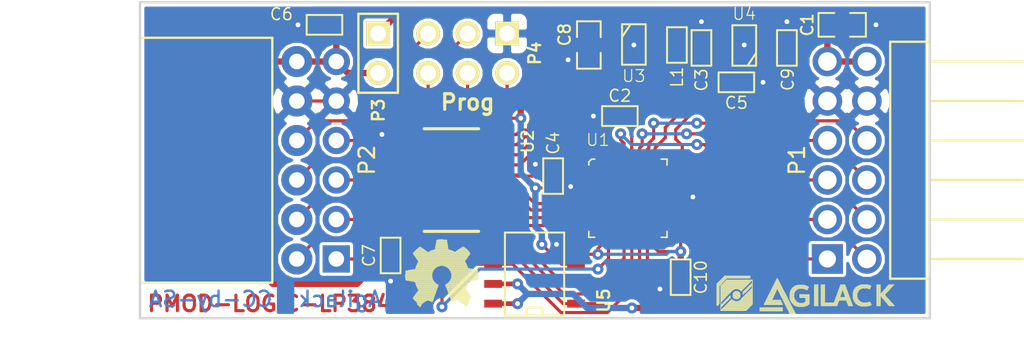
<source format=kicad_pcb>
(kicad_pcb (version 4) (host pcbnew 4.0.2+dfsg1-stable)
  (title_block (company Agilack))
  (layers (0 F.Cu signal) (31 B.Cu signal hide) (34 B.Paste user) (35 F.Paste user) (36 B.SilkS user) (37 F.SilkS user) (38 B.Mask user) (39 F.Mask user) (44 Edge.Cuts user))
  (net 0 "")
  (net 1 GND)
  (net 2 +3.3V)
  (net 3 +1.2V)
  (net 4 +Vcc)
  (net 5 OUT_4)
  (net 6 OUT_3)
  (net 7 OUT_2)
  (net 8 OUT_1)
  (net 9 OUT_8)
  (net 10 OUT_7)
  (net 11 OUT_6)
  (net 12 OUT_5)
  (net 13 "Net-(U1-Pad11)")
  (net 14 DATA_4)
  (net 15 DATA_6)
  (net 16 DATA_5)
  (net 17 DATA_3)
  (net 18 DATA_2)
  (net 19 DATA_1)
  (net 20 DATA_7)
  (net 21 DATA_8)
  (net 22 DATA_OE)
  (net 23 +2.5V)
  (net 24 "Net-(U4-Pad4)")
  (net 25 IN_1)
  (net 26 IN_2)
  (net 27 IN_3)
  (net 28 IN_4)
  (net 29 IN_5)
  (net 30 IN_6)
  (net 31 IN_7)
  (net 32 IN_8)
  (net 33 "Net-(L1-Pad1)")
  (net 34 SPI_SDO)
  (net 35 SPI_SDI)
  (net 36 SPI_SS)
  (net 37 SPI_SCK)
  (net 38 RST)
  (module pmod-rs232:CONN_PMOD-Male (layer F.Cu) (at 169.8498 105 270)
    (fp_text reference P1 (at 0 4.4958 270) (layer F.SilkS))
    (fp_text value PMOD)
    (pad 1 thru_hole rect (at 6.35 2.54 270) (size 1.9 2) (drill 1.1) (layers *.Cu *.Mask) (net 25 IN_1))
    (pad 2 thru_hole circle (at 3.81 2.54 270) (size 1.9 1.9) (drill 1.19) (layers *.Cu *.Mask) (net 26 IN_2))
    (pad 3 thru_hole circle (at 1.27 2.54 270) (size 1.9 1.9) (drill 1.19) (layers *.Cu *.Mask) (net 27 IN_3))
    (pad 4 thru_hole circle (at -1.27 2.54 270) (size 1.9 1.9) (drill 1.19) (layers *.Cu *.Mask) (net 28 IN_4))
    (pad 5 thru_hole circle (at -3.81 2.54 270) (size 1.9 1.9) (drill 1.19) (layers *.Cu *.Mask) (net 1 GND))
    (pad 6 thru_hole circle (at -6.35 2.54 270) (size 1.9 1.9) (drill 1.19) (layers *.Cu *.Mask) (net 2 +3.3V))
    (pad 7 thru_hole circle (at 6.35 0 270) (size 1.9 1.9) (drill 1.19) (layers *.Cu *.Mask) (net 29 IN_5))
    (pad 8 thru_hole circle (at 3.81 0 270) (size 1.9 1.9) (drill 1.19) (layers *.Cu *.Mask) (net 30 IN_6))
    (pad 9 thru_hole circle (at 1.27 0 270) (size 1.9 1.9) (drill 1.19) (layers *.Cu *.Mask) (net 31 IN_7))
    (pad 10 thru_hole circle (at -1.27 0 270) (size 1.9 1.9) (drill 1.19) (layers *.Cu *.Mask) (net 32 IN_8))
    (pad 11 thru_hole circle (at -3.81 0 270) (size 1.9 1.9) (drill 1.19) (layers *.Cu *.Mask) (net 1 GND))
    (pad 12 thru_hole circle (at -6.35 0 270) (size 1.9 1.9) (drill 1.19) (layers *.Cu *.Mask) (net 2 +3.3V))
  )
  (module pmod-rs232:ohw-logo (layer F.Cu) (at 142.5067 112.4077)
    (fp_text reference ohw_logo hide)
    (fp_text value VAL** hide)
  )
  (module cowstick-logos:agilack-11.5 (layer F.Cu) (at 166.3192 113.7158)
    (fp_text reference agilack-11.5 hide)
    (fp_text value 450px hide)
  )
  (module pmod-rs485:QFN32 (layer F.Cu) (at 154.4828 107.442 270)
    (fp_text reference U1 (at -3.7465 1.9304 360) (layer F.SilkS) (effects (font (size 0.762 0.762) (thickness 0.0762))))
    (fp_text value ICE40LP384-SG32 hide)
    (pad 16 smd rect (at 2.49936 -1.75006) (size 0.2794 0.8509) (layers F.Cu F.Paste F.Mask) (net 2 +3.3V))
    (pad 17 smd rect (at 1.75006 -2.49936 270) (size 0.2794 0.8509) (layers F.Cu F.Paste F.Mask) (net 2 +3.3V))
    (pad 25 smd rect (at -2.49936 -1.75006) (size 0.2794 0.8509) (layers F.Cu F.Paste F.Mask) (net 3 +1.2V))
    (pad 26 smd rect (at -2.49936 -1.24968) (size 0.2794 0.8509) (layers F.Cu F.Paste F.Mask) (net 32 IN_8))
    (pad 27 smd rect (at -2.49936 -0.7493) (size 0.2794 0.8509) (layers F.Cu F.Paste F.Mask) (net 28 IN_4))
    (pad 28 smd rect (at -2.49936 -0.24892) (size 0.2794 0.8509) (layers F.Cu F.Paste F.Mask) (net 2 +3.3V))
    (pad 30 smd rect (at -2.49936 0.7493) (size 0.2794 0.8509) (layers F.Cu F.Paste F.Mask) (net 22 DATA_OE))
    (pad 31 smd rect (at -2.49936 1.24968) (size 0.2794 0.8509) (layers F.Cu F.Paste F.Mask) (net 21 DATA_8))
    (pad 5 smd rect (at 0.24892 2.49936 270) (size 0.2794 0.8509) (layers F.Cu F.Paste F.Mask) (net 14 DATA_4))
    (pad 32 smd rect (at -2.49936 1.75006) (size 0.2794 0.8509) (layers F.Cu F.Paste F.Mask) (net 20 DATA_7))
    (pad 1 smd rect (at -1.75006 2.49936 270) (size 0.2794 0.8509) (layers F.Cu F.Paste F.Mask) (net 15 DATA_6))
    (pad 2 smd rect (at -1.24968 2.49936 270) (size 0.2794 0.8509) (layers F.Cu F.Paste F.Mask) (net 16 DATA_5))
    (pad 3 smd rect (at -0.7493 2.49936 270) (size 0.2794 0.8509) (layers F.Cu F.Paste F.Mask) (net 1 GND))
    (pad 4 smd rect (at -0.24892 2.49936 270) (size 0.2794 0.8509) (layers F.Cu F.Paste F.Mask) (net 2 +3.3V))
    (pad 6 smd rect (at 0.7493 2.49936 270) (size 0.2794 0.8509) (layers F.Cu F.Paste F.Mask) (net 17 DATA_3))
    (pad 7 smd rect (at 1.24968 2.49936 270) (size 0.2794 0.8509) (layers F.Cu F.Paste F.Mask) (net 18 DATA_2))
    (pad 8 smd rect (at 1.75006 2.49936 270) (size 0.2794 0.8509) (layers F.Cu F.Paste F.Mask) (net 19 DATA_1))
    (pad 9 smd rect (at 2.49936 1.75006) (size 0.2794 0.8509) (layers F.Cu F.Paste F.Mask) (net 2 +3.3V))
    (pad 10 smd rect (at 2.49936 1.24968) (size 0.2794 0.8509) (layers F.Cu F.Paste F.Mask) (net 38 RST))
    (pad 11 smd rect (at 2.49936 0.7493) (size 0.2794 0.8509) (layers F.Cu F.Paste F.Mask) (net 13 "Net-(U1-Pad11)"))
    (pad 12 smd rect (at 2.49936 0.24892) (size 0.2794 0.8509) (layers F.Cu F.Paste F.Mask) (net 34 SPI_SDO))
    (pad 13 smd rect (at 2.49936 -0.24892) (size 0.2794 0.8509) (layers F.Cu F.Paste F.Mask) (net 35 SPI_SDI))
    (pad 14 smd rect (at 2.49936 -0.7493) (size 0.2794 0.8509) (layers F.Cu F.Paste F.Mask) (net 36 SPI_SS))
    (pad 15 smd rect (at 2.49936 -1.24968) (size 0.2794 0.8509) (layers F.Cu F.Paste F.Mask) (net 37 SPI_SCK))
    (pad PAD smd rect (at 0 0 270) (size 2.99974 2.99974) (layers F.Cu F.Paste F.Mask))
    (pad 29 smd rect (at -2.49936 0.24892) (size 0.2794 0.8509) (layers F.Cu F.Paste F.Mask) (net 31 IN_7))
    (pad 24 smd rect (at -1.75006 -2.49936 270) (size 0.2794 0.8509) (layers F.Cu F.Paste F.Mask) (net 23 +2.5V))
    (pad 23 smd rect (at -1.24968 -2.49936 270) (size 0.2794 0.8509) (layers F.Cu F.Paste F.Mask) (net 27 IN_3))
    (pad 22 smd rect (at -0.7493 -2.49936 270) (size 0.2794 0.8509) (layers F.Cu F.Paste F.Mask) (net 30 IN_6))
    (pad 21 smd rect (at -0.24892 -2.49936 270) (size 0.2794 0.8509) (layers F.Cu F.Paste F.Mask) (net 1 GND))
    (pad 20 smd rect (at 0.24892 -2.49936 270) (size 0.2794 0.8509) (layers F.Cu F.Paste F.Mask) (net 26 IN_2))
    (pad 19 smd rect (at 0.7493 -2.49936 270) (size 0.2794 0.8509) (layers F.Cu F.Paste F.Mask) (net 29 IN_5))
    (pad 18 smd rect (at 1.24968 -2.49936 270) (size 0.2794 0.8509) (layers F.Cu F.Paste F.Mask) (net 25 IN_1))
  )
  (module pmod-rs485:SMD0603 (layer F.Cu) (at 159.2072 97.7773 90)
    (fp_text reference C3 (at -2.0574 0 90) (layer F.SilkS) (effects (font (size 0.762 0.762) (thickness 0.1016))))
    (fp_text value 4.7uF hide)
    (pad 1 smd rect (at -0.762 0 90) (size 0.635 1.143) (layers F.Cu F.Paste F.Mask) (net 3 +1.2V))
    (pad 2 smd rect (at 0.762 0 90) (size 0.635 1.143) (layers F.Cu F.Paste F.Mask) (net 1 GND))
  )
  (module pmod-rs485:SMD0603 (layer F.Cu) (at 149.6695 106.0196 90)
    (fp_text reference C4 (at 2.1209 0 90) (layer F.SilkS) (effects (font (size 0.762 0.762) (thickness 0.1016))))
    (fp_text value 100nF hide)
    (pad 1 smd rect (at -0.762 0 90) (size 0.635 1.143) (layers F.Cu F.Paste F.Mask) (net 2 +3.3V))
    (pad 2 smd rect (at 0.762 0 90) (size 0.635 1.143) (layers F.Cu F.Paste F.Mask) (net 1 GND))
  )
  (module pmod-logic-lp384:SMD0603 (layer F.Cu) (at 153.9621 102.1588 180)
    (fp_text reference C2 (at 0 1.3081 180) (layer F.SilkS) (effects (font (size 0.762 0.762) (thickness 0.1016))))
    (fp_text value 1uF hide)
    (pad 1 smd rect (at -0.762 0 180) (size 0.635 1.143) (layers F.Cu F.Paste F.Mask) (net 2 +3.3V))
    (pad 2 smd rect (at 0.762 0 180) (size 0.635 1.143) (layers F.Cu F.Paste F.Mask) (net 1 GND))
  )
  (module pmod-logic-lp384:PMOD_SSW106-RA (layer F.Cu) (at 134.4549 105 90)
    (fp_text reference P2 (at 0.0091 3.2385 90) (layer F.SilkS))
    (fp_text value PMOD)
    (pad 6 thru_hole circle (at 6.35 1.27 90) (size 1.75 1.75) (drill 1) (layers *.Cu *.Mask) (net 4 +Vcc))
    (pad 5 thru_hole circle (at 3.81 1.27 90) (size 1.75 1.75) (drill 1) (layers *.Cu *.Mask) (net 1 GND))
    (pad 4 thru_hole circle (at 1.27 1.27 90) (size 1.75 1.75) (drill 1) (layers *.Cu *.Mask) (net 5 OUT_4))
    (pad 3 thru_hole circle (at -1.27 1.27 90) (size 1.75 1.75) (drill 1) (layers *.Cu *.Mask) (net 6 OUT_3))
    (pad 2 thru_hole circle (at -3.81 1.27 90) (size 1.75 1.75) (drill 1) (layers *.Cu *.Mask) (net 7 OUT_2))
    (pad 1 thru_hole rect (at -6.35 1.27 90) (size 1.75 1.75) (drill 1) (layers *.Cu *.Mask) (net 8 OUT_1))
    (pad 12 thru_hole circle (at 6.35 -1.27 90) (size 2 2) (drill 1) (layers *.Cu *.Mask) (net 4 +Vcc))
    (pad 11 thru_hole circle (at 3.81 -1.27 90) (size 2 2) (drill 1) (layers *.Cu *.Mask) (net 1 GND))
    (pad 10 thru_hole circle (at 1.27 -1.27 90) (size 2 2) (drill 1) (layers *.Cu *.Mask) (net 9 OUT_8))
    (pad 9 thru_hole circle (at -1.27 -1.27 90) (size 2 2) (drill 1) (layers *.Cu *.Mask) (net 10 OUT_7))
    (pad 8 thru_hole circle (at -3.81 -1.27 90) (size 2 2) (drill 1) (layers *.Cu *.Mask) (net 11 OUT_6))
    (pad 7 thru_hole circle (at -6.35 -1.27 90) (size 2 2) (drill 1) (layers *.Cu *.Mask) (net 12 OUT_5))
  )
  (module pmod-logic-lp384:TSSOP20 (layer F.Cu) (at 143.129 106.2736 90)
    (fp_text reference U2 (at 2.4892 4.9022 90) (layer F.SilkS) (effects (font (size 0.762 0.762) (thickness 0.12446))))
    (fp_text value TXS0108E-PW hide)
    (pad 2 smd rect (at -2.275 2.96926 90) (size 0.3048 1.78054) (layers F.Cu F.Paste F.Mask) (net 2 +3.3V))
    (pad 3 smd rect (at -1.625 2.96926 90) (size 0.3048 1.78054) (layers F.Cu F.Paste F.Mask) (net 18 DATA_2))
    (pad 4 smd rect (at -0.975 2.96926 90) (size 0.3048 1.78054) (layers F.Cu F.Paste F.Mask) (net 17 DATA_3))
    (pad 5 smd rect (at -0.325 2.96926 90) (size 0.3048 1.78054) (layers F.Cu F.Paste F.Mask) (net 14 DATA_4))
    (pad 6 smd rect (at 0.325 2.96926 90) (size 0.3048 1.78054) (layers F.Cu F.Paste F.Mask) (net 16 DATA_5))
    (pad 7 smd rect (at 0.975 2.96926 90) (size 0.3048 1.78054) (layers F.Cu F.Paste F.Mask) (net 15 DATA_6))
    (pad 8 smd rect (at 1.625 2.96926 90) (size 0.3048 1.78054) (layers F.Cu F.Paste F.Mask) (net 20 DATA_7))
    (pad 9 smd rect (at 2.275 2.96926 90) (size 0.3048 1.78054) (layers F.Cu F.Paste F.Mask) (net 21 DATA_8))
    (pad 12 smd rect (at 2.275 -2.96926 90) (size 0.29972 1.78054) (layers F.Cu F.Paste F.Mask) (net 9 OUT_8))
    (pad 13 smd rect (at 1.625 -2.96926 90) (size 0.29972 1.78054) (layers F.Cu F.Paste F.Mask) (net 5 OUT_4))
    (pad 14 smd rect (at 0.975 -2.96926 90) (size 0.29972 1.78054) (layers F.Cu F.Paste F.Mask) (net 10 OUT_7))
    (pad 15 smd rect (at 0.325 -2.96926 90) (size 0.29972 1.78054) (layers F.Cu F.Paste F.Mask) (net 6 OUT_3))
    (pad 16 smd rect (at -0.325 -2.96926 90) (size 0.29972 1.78054) (layers F.Cu F.Paste F.Mask) (net 11 OUT_6))
    (pad 17 smd rect (at -0.975 -2.96926 90) (size 0.29972 1.78054) (layers F.Cu F.Paste F.Mask) (net 7 OUT_2))
    (pad 18 smd rect (at -1.625 -2.96926 90) (size 0.29972 1.78054) (layers F.Cu F.Paste F.Mask) (net 12 OUT_5))
    (pad 19 smd rect (at -2.275 -2.96926 90) (size 0.29972 1.78054) (layers F.Cu F.Paste F.Mask) (net 4 +Vcc))
    (pad 1 smd rect (at -2.925 2.9718 90) (size 0.3048 1.78054) (layers F.Cu F.Paste F.Mask) (net 19 DATA_1))
    (pad 10 smd rect (at 2.925 2.9718 90) (size 0.3048 1.78054) (layers F.Cu F.Paste F.Mask) (net 22 DATA_OE))
    (pad 11 smd rect (at 2.925 -2.96926 90) (size 0.3048 1.78054) (layers F.Cu F.Paste F.Mask) (net 1 GND))
    (pad 20 smd rect (at -2.925 -2.96926 90) (size 0.29972 1.78054) (layers F.Cu F.Paste F.Mask) (net 8 OUT_1))
  )
  (module pmod-logic-lp384:SMD0603 (layer F.Cu) (at 161.4551 99.9871)
    (fp_text reference C5 (at 0 1.3208) (layer F.SilkS) (effects (font (size 0.762 0.762) (thickness 0.1016))))
    (fp_text value 4.7uF hide)
    (pad 1 smd rect (at -0.762 0) (size 0.635 1.143) (layers F.Cu F.Paste F.Mask) (net 23 +2.5V))
    (pad 2 smd rect (at 0.762 0) (size 0.635 1.143) (layers F.Cu F.Paste F.Mask) (net 1 GND))
  )
  (module pmod-logic-lp384:SOT23-5 (layer F.Cu) (at 161.9631 97.5868 90)
    (fp_text reference U4 (at 1.99898 0 180) (layer F.SilkS) (effects (font (size 0.762 0.762) (thickness 0.0762))))
    (fp_text value TPS763xx hide)
    (pad 5 smd rect (at -0.9525 -1.27 90) (size 0.70104 1.00076) (layers F.Cu F.Paste F.Mask) (net 23 +2.5V))
    (pad 4 smd rect (at 0.9525 -1.27 90) (size 0.70104 1.00076) (layers F.Cu F.Paste F.Mask) (net 24 "Net-(U4-Pad4)"))
    (pad 3 smd rect (at 0.9525 1.27 90) (size 0.70104 1.00076) (layers F.Cu F.Paste F.Mask) (net 2 +3.3V))
    (pad 2 smd rect (at 0 1.27 90) (size 0.70104 1.00076) (layers F.Cu F.Paste F.Mask) (net 1 GND))
    (pad 1 smd rect (at -0.9525 1.27 90) (size 0.70104 1.00076) (layers F.Cu F.Paste F.Mask) (net 2 +3.3V))
  )
  (module pmod-logic-lp384:SMD0603 (layer F.Cu) (at 134.9629 96.2914 180)
    (fp_text reference C6 (at 2.7686 0.6858 180) (layer F.SilkS) (effects (font (size 0.762 0.762) (thickness 0.1016))))
    (fp_text value C hide)
    (pad 1 smd rect (at -0.762 0 180) (size 0.635 1.143) (layers F.Cu F.Paste F.Mask) (net 4 +Vcc))
    (pad 2 smd rect (at 0.762 0 180) (size 0.635 1.143) (layers F.Cu F.Paste F.Mask) (net 1 GND))
  )
  (module pmod-logic-lp384:SMD0603 (layer F.Cu) (at 139.2174 111.125 270)
    (fp_text reference C7 (at 0 1.397 270) (layer F.SilkS) (effects (font (size 0.762 0.762) (thickness 0.1016))))
    (fp_text value C hide)
    (pad 1 smd rect (at -0.762 0 270) (size 0.635 1.143) (layers F.Cu F.Paste F.Mask) (net 4 +Vcc))
    (pad 2 smd rect (at 0.762 0 270) (size 0.635 1.143) (layers F.Cu F.Paste F.Mask) (net 1 GND))
  )
  (module pmod-logic-lp384:SMD0805 (layer F.Cu) (at 151.9682 97.5868 270)
    (fp_text reference C8 (at -0.6604 1.5621 270) (layer F.SilkS) (effects (font (size 0.762 0.762) (thickness 0.127))))
    (fp_text value 10uF hide)
    (pad 1 smd rect (at -0.9525 0 270) (size 0.889 1.397) (layers F.Cu F.Paste F.Mask) (net 2 +3.3V))
    (pad 2 smd rect (at 0.9525 0 270) (size 0.889 1.397) (layers F.Cu F.Paste F.Mask) (net 1 GND))
  )
  (module pmod-logic-lp384:SMD0603 (layer F.Cu) (at 157.6324 97.5868 270)
    (fp_text reference L1 (at 2.0701 0 270) (layer F.SilkS) (effects (font (size 0.762 0.762) (thickness 0.1016))))
    (fp_text value 2.2uH hide)
    (pad 1 smd rect (at -0.762 0 270) (size 0.635 1.143) (layers F.Cu F.Paste F.Mask) (net 33 "Net-(L1-Pad1)"))
    (pad 2 smd rect (at 0.762 0 270) (size 0.635 1.143) (layers F.Cu F.Paste F.Mask) (net 3 +1.2V))
  )
  (module pmod-logic-lp384:SOT23-5 (layer F.Cu) (at 154.8638 97.5868 270)
    (fp_text reference U3 (at 1.99898 0 360) (layer F.SilkS) (effects (font (size 0.762 0.762) (thickness 0.0762))))
    (fp_text value LM3671 hide)
    (pad 5 smd rect (at -0.9525 -1.27 270) (size 0.70104 1.00076) (layers F.Cu F.Paste F.Mask) (net 33 "Net-(L1-Pad1)"))
    (pad 4 smd rect (at 0.9525 -1.27 270) (size 0.70104 1.00076) (layers F.Cu F.Paste F.Mask) (net 3 +1.2V))
    (pad 3 smd rect (at 0.9525 1.27 270) (size 0.70104 1.00076) (layers F.Cu F.Paste F.Mask) (net 2 +3.3V))
    (pad 2 smd rect (at 0 1.27 270) (size 0.70104 1.00076) (layers F.Cu F.Paste F.Mask) (net 1 GND))
    (pad 1 smd rect (at -0.9525 1.27 270) (size 0.70104 1.00076) (layers F.Cu F.Paste F.Mask) (net 2 +3.3V))
  )
  (module pmod-logic-lp384:SMD0805 (layer F.Cu) (at 168.2623 96.2914)
    (fp_text reference C1 (at -2.2479 0 90) (layer F.SilkS) (effects (font (size 0.762 0.762) (thickness 0.127))))
    (fp_text value 1uF hide)
    (pad 1 smd rect (at -0.9525 0) (size 0.889 1.397) (layers F.Cu F.Paste F.Mask) (net 2 +3.3V))
    (pad 2 smd rect (at 0.9525 0) (size 0.889 1.397) (layers F.Cu F.Paste F.Mask) (net 1 GND))
  )
  (module pmod-logic-lp384:SMD0603 (layer F.Cu) (at 164.7063 97.7773 90)
    (fp_text reference C9 (at -2.032 0.0508 90) (layer F.SilkS) (effects (font (size 0.762 0.762) (thickness 0.1016))))
    (fp_text value 4.7uF hide)
    (pad 1 smd rect (at -0.762 0 90) (size 0.635 1.143) (layers F.Cu F.Paste F.Mask) (net 2 +3.3V))
    (pad 2 smd rect (at 0.762 0 90) (size 0.635 1.143) (layers F.Cu F.Paste F.Mask) (net 1 GND))
  )
  (module pmod-logic-lp384:SMD_SO8E (layer F.Cu) (at 148.4757 112.3188 90)
    (fp_text reference U5 (at -1.7018 4.445 90) (layer F.SilkS) (effects (font (size 0.762 0.762) (thickness 0.1524))))
    (fp_text value SST25VF hide)
    (pad 8 smd rect (at -1.905 -2.667 90) (size 0.508 1.143) (layers F.Cu F.Paste F.Mask) (net 2 +3.3V))
    (pad 1 smd rect (at -1.905 2.667 90) (size 0.508 1.143) (layers F.Cu F.Paste F.Mask) (net 36 SPI_SS))
    (pad 7 smd rect (at -0.635 -2.667 90) (size 0.508 1.143) (layers F.Cu F.Paste F.Mask) (net 2 +3.3V))
    (pad 6 smd rect (at 0.635 -2.667 90) (size 0.508 1.143) (layers F.Cu F.Paste F.Mask) (net 37 SPI_SCK))
    (pad 5 smd rect (at 1.905 -2.667 90) (size 0.508 1.143) (layers F.Cu F.Paste F.Mask) (net 35 SPI_SDI))
    (pad 2 smd rect (at -0.635 2.667 90) (size 0.508 1.143) (layers F.Cu F.Paste F.Mask) (net 34 SPI_SDO))
    (pad 3 smd rect (at 0.635 2.667 90) (size 0.508 1.143) (layers F.Cu F.Paste F.Mask) (net 2 +3.3V))
    (pad 4 smd rect (at 1.905 2.667 90) (size 0.508 1.143) (layers F.Cu F.Paste F.Mask) (net 1 GND))
  )
  (module pmod-logic-lp384:SMD0603 (layer F.Cu) (at 157.8737 112.522 270)
    (fp_text reference C10 (at 0 -1.2954 270) (layer F.SilkS) (effects (font (size 0.762 0.762) (thickness 0.1016))))
    (fp_text value 1uF hide)
    (pad 1 smd rect (at -0.762 0 270) (size 0.635 1.143) (layers F.Cu F.Paste F.Mask) (net 2 +3.3V))
    (pad 2 smd rect (at 0.762 0 270) (size 0.635 1.143) (layers F.Cu F.Paste F.Mask) (net 1 GND))
  )
  (module pmod-logic-lp384:CONN_2 (layer F.Cu) (at 138.4173 98.1202 270)
    (fp_text reference P3 (at 3.6703 -0.0127 270) (layer F.SilkS) (effects (font (size 0.762 0.762) (thickness 0.1524))))
    (fp_text value JUMPER hide)
    (pad 1 thru_hole rect (at -1.27 0 270) (size 1.524 1.524) (drill 1.016) (layers *.Cu *.Mask F.SilkS) (net 2 +3.3V))
    (pad 2 thru_hole circle (at 1.27 0 270) (size 1.524 1.524) (drill 1.016) (layers *.Cu *.Mask F.SilkS) (net 4 +Vcc))
  )
  (module pmod-logic-lp384:CONN_6 (layer F.Cu) (at 144.1704 98.1202 180)
    (fp_text reference P4 (at -4.318 0 270) (layer F.SilkS) (effects (font (size 0.762 0.762) (thickness 0.1524))))
    (fp_text value CONN_6 hide)
    (pad 1 thru_hole rect (at -2.54 1.27 180) (size 1.524 1.524) (drill 1.016) (layers *.Cu *.Mask F.SilkS) (net 1 GND))
    (pad 2 thru_hole circle (at -2.54 -1.27 180) (size 1.524 1.524) (drill 1.016) (layers *.Cu *.Mask F.SilkS) (net 34 SPI_SDO))
    (pad 3 thru_hole circle (at 0 1.27 180) (size 1.524 1.524) (drill 1.016) (layers *.Cu *.Mask F.SilkS) (net 36 SPI_SS))
    (pad 4 thru_hole circle (at 0 -1.27 180) (size 1.524 1.524) (drill 1.016) (layers *.Cu *.Mask F.SilkS) (net 35 SPI_SDI))
    (pad 5 thru_hole circle (at 2.54 1.27 180) (size 1.524 1.524) (drill 1.016) (layers *.Cu *.Mask F.SilkS) (net 38 RST))
    (pad 6 thru_hole circle (at 2.54 -1.27 180) (size 1.524 1.524) (drill 1.016) (layers *.Cu *.Mask F.SilkS) (net 37 SPI_SCK))
  )
  (gr_text Prog (at 144.1704 101.2698) (layer F.SilkS) (effects (font (size 1 1) (thickness 0.2032))))
  (gr_text CC-by-SA (at 127.6477 113.9317) (layer B.Cu) (effects (font (size 1 1) (thickness 0.1524)) (justify mirror)))
  (gr_text Agilack (at 135.9662 113.9317) (layer B.Cu) (effects (font (size 1 1) (thickness 0.1524)) (justify mirror)))
  (gr_text PMOD-LOGIC-LP384 (at 131.4323 114.2238) (layer F.Cu) (effects (font (size 1 1) (thickness 0.2))))
  (gr_line (start 123.1 115.16) (end 123.1 94.84) (angle 90) (layer Edge.Cuts) (width 0.15))
  (gr_line (start 173.9 115.16) (end 123.1 115.16) (angle 90) (layer Edge.Cuts) (width 0.15))
  (gr_line (start 173.9 94.84) (end 173.9 115.16) (angle 90) (layer Edge.Cuts) (width 0.15))
  (gr_line (start 123.1 94.84) (end 173.9 94.84) (angle 90) (layer Edge.Cuts) (width 0.15))
  (segment (start 158.6611 107.3658) (end 158.6611 110.2995) (width 0.4064) (layer B.Cu) (net 1))
  (segment (start 156.5402 113.284) (end 157.8737 113.284) (width 0.4064) (layer F.Cu) (net 1))
  (via (at 156.5402 113.284) (size 0.7112) (drill 0.3048) (layers F.Cu B.Cu) (net 1))
  (segment (start 158.6484 113.284) (end 156.5402 113.284) (width 0.4064) (layer B.Cu) (net 1))
  (segment (start 159.1437 112.7887) (end 158.6484 113.284) (width 0.4064) (layer B.Cu) (net 1))
  (segment (start 159.1437 110.7821) (end 159.1437 112.7887) (width 0.4064) (layer B.Cu) (net 1))
  (segment (start 158.6611 110.2995) (end 159.1437 110.7821) (width 0.4064) (layer B.Cu) (net 1))
  (segment (start 143.9672 105.2576) (end 145.1229 105.2576) (width 0.4064) (layer B.Cu) (net 1))
  (segment (start 148.6789 101.4222) (end 149.4155 102.1588) (width 0.4064) (layer B.Cu) (net 1))
  (segment (start 146.9771 101.4222) (end 148.6789 101.4222) (width 0.4064) (layer B.Cu) (net 1))
  (segment (start 146.4818 101.9175) (end 146.9771 101.4222) (width 0.4064) (layer B.Cu) (net 1))
  (segment (start 146.4818 103.8987) (end 146.4818 101.9175) (width 0.4064) (layer B.Cu) (net 1))
  (segment (start 145.1229 105.2576) (end 146.4818 103.8987) (width 0.4064) (layer B.Cu) (net 1))
  (segment (start 157.5816 96.0882) (end 156.8069 95.3135) (width 0.4064) (layer B.Cu) (net 1))
  (via (at 133.2611 96.2914) (size 0.7112) (drill 0.3048) (layers F.Cu B.Cu) (net 1))
  (segment (start 133.2611 96.2914) (end 134.2009 96.2914) (width 0.4064) (layer F.Cu) (net 1))
  (segment (start 134.239 95.3135) (end 133.2611 96.2914) (width 0.4064) (layer B.Cu) (net 1))
  (segment (start 156.8069 95.3135) (end 134.239 95.3135) (width 0.4064) (layer B.Cu) (net 1))
  (segment (start 149.8854 110.4138) (end 149.8854 109.1565) (width 0.4064) (layer B.Cu) (net 1))
  (via (at 149.8854 110.4138) (size 0.7112) (drill 0.3048) (layers F.Cu B.Cu) (net 1))
  (segment (start 151.1427 110.4138) (end 149.8854 110.4138) (width 0.4064) (layer F.Cu) (net 1))
  (segment (start 150.7998 108.2421) (end 150.7998 106.6927) (width 0.4064) (layer B.Cu) (net 1))
  (segment (start 149.8854 109.1565) (end 150.7998 108.2421) (width 0.4064) (layer B.Cu) (net 1))
  (segment (start 158.6611 107.3658) (end 158.6611 106.045) (width 0.4064) (layer B.Cu) (net 1))
  (segment (start 157.89148 107.19308) (end 158.0642 107.3658) (width 0.2032) (layer F.Cu) (net 1))
  (segment (start 158.0642 107.3658) (end 158.6611 107.3658) (width 0.2032) (layer F.Cu) (net 1))
  (via (at 158.6611 107.3658) (size 0.7112) (drill 0.3048) (layers F.Cu B.Cu) (net 1))
  (segment (start 156.98216 107.19308) (end 157.89148 107.19308) (width 0.2032) (layer F.Cu) (net 1))
  (segment (start 163.1696 101.5365) (end 163.1696 99.9871) (width 0.4064) (layer B.Cu) (net 1))
  (segment (start 158.6611 106.045) (end 163.1696 101.5365) (width 0.4064) (layer B.Cu) (net 1))
  (segment (start 159.2072 96.0882) (end 161.1884 96.0882) (width 0.4064) (layer B.Cu) (net 1))
  (segment (start 161.1884 96.0882) (end 161.9631 96.8629) (width 0.4064) (layer B.Cu) (net 1))
  (segment (start 154.8638 97.5868) (end 151.5872 97.5868) (width 0.4064) (layer B.Cu) (net 1))
  (via (at 150.6347 98.5393) (size 0.7112) (drill 0.3048) (layers F.Cu B.Cu) (net 1))
  (segment (start 150.6347 98.5393) (end 151.9682 98.5393) (width 0.4064) (layer F.Cu) (net 1))
  (segment (start 151.5872 97.5868) (end 150.6347 98.5393) (width 0.4064) (layer B.Cu) (net 1))
  (segment (start 154.8638 97.5868) (end 156.083 97.5868) (width 0.4064) (layer B.Cu) (net 1))
  (via (at 159.2072 96.0882) (size 0.7112) (drill 0.3048) (layers F.Cu B.Cu) (net 1))
  (segment (start 159.2072 97.0153) (end 159.2072 96.0882) (width 0.4064) (layer F.Cu) (net 1))
  (via (at 154.8638 97.5868) (size 0.7112) (drill 0.3048) (layers F.Cu B.Cu) (net 1))
  (segment (start 154.8638 97.5868) (end 153.5938 97.5868) (width 0.4064) (layer F.Cu) (net 1))
  (segment (start 157.5816 96.0882) (end 159.2072 96.0882) (width 0.4064) (layer B.Cu) (net 1))
  (segment (start 156.083 97.5868) (end 157.5816 96.0882) (width 0.4064) (layer B.Cu) (net 1))
  (segment (start 161.9631 97.5868) (end 161.9631 98.7806) (width 0.4064) (layer B.Cu) (net 1))
  (segment (start 163.1696 99.9871) (end 162.2171 99.9871) (width 0.4064) (layer F.Cu) (net 1))
  (via (at 163.1696 99.9871) (size 0.7112) (drill 0.3048) (layers F.Cu B.Cu) (net 1))
  (segment (start 161.9631 98.7806) (end 163.1696 99.9871) (width 0.4064) (layer B.Cu) (net 1))
  (segment (start 161.9631 97.5868) (end 161.9631 96.8629) (width 0.4064) (layer B.Cu) (net 1))
  (via (at 161.9631 97.5868) (size 0.7112) (drill 0.3048) (layers F.Cu B.Cu) (net 1))
  (segment (start 163.2331 97.5868) (end 161.9631 97.5868) (width 0.4064) (layer F.Cu) (net 1))
  (segment (start 162.7378 96.0882) (end 164.7063 96.0882) (width 0.4064) (layer B.Cu) (net 1))
  (segment (start 164.7063 97.0153) (end 164.7063 96.0882) (width 0.4064) (layer F.Cu) (net 1))
  (via (at 164.7063 96.0882) (size 0.7112) (drill 0.3048) (layers F.Cu B.Cu) (net 1))
  (segment (start 161.9631 96.8629) (end 162.7378 96.0882) (width 0.4064) (layer B.Cu) (net 1))
  (segment (start 170.434 96.2914) (end 171.1071 96.2914) (width 0.4064) (layer B.Cu) (net 1))
  (segment (start 169.8498 101.19) (end 171.9326 99.1072) (width 0.4064) (layer B.Cu) (net 1))
  (segment (start 171.9326 97.1169) (end 171.9326 99.1072) (width 0.4064) (layer B.Cu) (net 1))
  (via (at 170.434 96.2914) (size 0.7112) (drill 0.3048) (layers F.Cu B.Cu) (net 1))
  (segment (start 170.434 96.2914) (end 169.2148 96.2914) (width 0.4064) (layer F.Cu) (net 1))
  (segment (start 171.1071 96.2914) (end 171.9326 97.1169) (width 0.4064) (layer B.Cu) (net 1))
  (segment (start 139.2174 112.776) (end 139.2174 110.0074) (width 0.4064) (layer B.Cu) (net 1))
  (via (at 139.2174 112.776) (size 0.7112) (drill 0.3048) (layers F.Cu B.Cu) (net 1))
  (segment (start 139.2174 111.887) (end 139.2174 112.776) (width 0.2032) (layer F.Cu) (net 1))
  (segment (start 139.2174 110.0074) (end 143.9672 105.2576) (width 0.4064) (layer B.Cu) (net 1))
  (segment (start 152.2603 102.1588) (end 149.4155 102.1588) (width 0.4064) (layer B.Cu) (net 1))
  (segment (start 153.2001 102.1588) (end 152.2603 102.1588) (width 0.4064) (layer F.Cu) (net 1))
  (via (at 152.2603 102.1588) (size 0.7112) (drill 0.3048) (layers F.Cu B.Cu) (net 1))
  (segment (start 148.5265 103.0478) (end 148.5265 105.2576) (width 0.4064) (layer B.Cu) (net 1))
  (segment (start 149.4155 102.1588) (end 148.5265 103.0478) (width 0.4064) (layer B.Cu) (net 1))
  (segment (start 138.6586 103.3399) (end 142.0368 103.3399) (width 0.4064) (layer B.Cu) (net 1))
  (segment (start 143.9545 105.2576) (end 143.9672 105.2576) (width 0.4064) (layer B.Cu) (net 1))
  (segment (start 142.0368 103.3399) (end 143.9545 105.2576) (width 0.4064) (layer B.Cu) (net 1))
  (segment (start 148.5265 105.2576) (end 149.3647 105.2576) (width 0.4064) (layer B.Cu) (net 1))
  (segment (start 149.3647 105.2576) (end 150.7998 106.6927) (width 0.4064) (layer B.Cu) (net 1))
  (segment (start 151.98344 106.6927) (end 150.7998 106.6927) (width 0.2032) (layer F.Cu) (net 1))
  (via (at 150.7998 106.6927) (size 0.7112) (drill 0.3048) (layers F.Cu B.Cu) (net 1))
  (via (at 148.5265 105.2576) (size 0.7112) (drill 0.3048) (layers F.Cu B.Cu) (net 1))
  (segment (start 148.5265 105.2576) (end 149.6695 105.2576) (width 0.2032) (layer F.Cu) (net 1))
  (segment (start 133.1849 101.19) (end 135.7249 101.19) (width 0.2032) (layer F.Cu) (net 1))
  (segment (start 138.6586 103.3399) (end 137.8748 103.3399) (width 0.2032) (layer B.Cu) (net 1))
  (segment (start 139.0356 103.3486) (end 139.0269 103.3399) (width 0.2032) (layer F.Cu) (net 1))
  (segment (start 139.0269 103.3399) (end 138.6586 103.3399) (width 0.2032) (layer F.Cu) (net 1))
  (via (at 138.6586 103.3399) (size 0.7112) (drill 0.3048) (layers F.Cu B.Cu) (net 1))
  (segment (start 140.15974 103.3486) (end 139.0356 103.3486) (width 0.2032) (layer F.Cu) (net 1))
  (segment (start 137.8748 103.3399) (end 135.7249 101.19) (width 0.2032) (layer B.Cu) (net 1))
  (segment (start 167.3098 101.19) (end 167.3007 101.19) (width 0.4064) (layer B.Cu) (net 1))
  (segment (start 167.3098 101.19) (end 167.3134 101.19) (width 0.4064) (layer B.Cu) (net 1))
  (segment (start 167.3134 101.19) (end 168.5798 99.9236) (width 0.4064) (layer B.Cu) (net 1))
  (segment (start 169.8462 101.19) (end 168.5798 99.9236) (width 0.4064) (layer B.Cu) (net 1))
  (segment (start 169.8498 101.19) (end 169.8462 101.19) (width 0.4064) (layer B.Cu) (net 1))
  (segment (start 167.3098 101.19) (end 167.3062 101.1936) (width 0.4064) (layer B.Cu) (net 1))
  (segment (start 151.1427 111.6838) (end 150.2156 111.6838) (width 0.2032) (layer F.Cu) (net 2))
  (segment (start 150.2156 111.6838) (end 149.6314 111.0996) (width 0.2032) (layer F.Cu) (net 2))
  (segment (start 152.73274 109.94136) (end 152.73274 110.50016) (width 0.2032) (layer F.Cu) (net 2))
  (segment (start 152.5524 110.6805) (end 152.5524 111.0488) (width 0.2032) (layer F.Cu) (net 2))
  (segment (start 152.73274 110.50016) (end 152.5524 110.6805) (width 0.2032) (layer F.Cu) (net 2))
  (segment (start 154.7368 114.5032) (end 158.5468 114.5032) (width 0.4064) (layer F.Cu) (net 2))
  (segment (start 151.8539 114.5032) (end 154.7368 114.5032) (width 0.4064) (layer B.Cu) (net 2))
  (segment (start 151.8539 114.5032) (end 150.9522 113.6015) (width 0.4064) (layer B.Cu) (net 2))
  (segment (start 148.0312 113.6015) (end 150.9522 113.6015) (width 0.4064) (layer B.Cu) (net 2))
  (via (at 154.7368 114.5032) (size 0.7112) (drill 0.3048) (layers F.Cu B.Cu) (net 2))
  (segment (start 158.8516 111.76) (end 157.8737 111.76) (width 0.4064) (layer F.Cu) (net 2))
  (segment (start 159.3723 112.2807) (end 158.8516 111.76) (width 0.4064) (layer F.Cu) (net 2))
  (segment (start 159.3723 113.6777) (end 159.3723 112.2807) (width 0.4064) (layer F.Cu) (net 2))
  (segment (start 158.5468 114.5032) (end 159.3723 113.6777) (width 0.4064) (layer F.Cu) (net 2))
  (segment (start 152.5524 111.0488) (end 156.9593 111.0488) (width 0.2032) (layer B.Cu) (net 2))
  (via (at 157.8737 110.871) (size 0.7112) (drill 0.3048) (layers F.Cu B.Cu) (net 2))
  (segment (start 157.1371 110.871) (end 157.8737 110.871) (width 0.2032) (layer B.Cu) (net 2))
  (via (at 152.5524 111.0488) (size 0.7112) (drill 0.3048) (layers F.Cu B.Cu) (net 2))
  (segment (start 156.9593 111.0488) (end 157.1371 110.871) (width 0.2032) (layer B.Cu) (net 2))
  (segment (start 152.5524 111.0488) (end 150.1521 111.0488) (width 0.2032) (layer F.Cu) (net 2))
  (segment (start 150.1521 111.0488) (end 150.1013 111.0996) (width 0.2032) (layer F.Cu) (net 2))
  (segment (start 150.1013 111.0996) (end 149.6314 111.0996) (width 0.2032) (layer F.Cu) (net 2))
  (segment (start 149.6314 111.0996) (end 148.9456 110.4138) (width 0.2032) (layer F.Cu) (net 2))
  (segment (start 148.5265 109.2708) (end 148.9456 109.6899) (width 0.4064) (layer B.Cu) (net 2))
  (segment (start 148.5265 106.7816) (end 148.5265 109.2708) (width 0.4064) (layer B.Cu) (net 2))
  (segment (start 148.9456 109.6899) (end 148.9456 110.4138) (width 0.4064) (layer B.Cu) (net 2))
  (via (at 148.9456 110.4138) (size 0.7112) (drill 0.3048) (layers F.Cu B.Cu) (net 2))
  (segment (start 147.5867 102.2985) (end 145.2626 102.2985) (width 0.2032) (layer F.Cu) (net 2))
  (segment (start 144.9087 108.5486) (end 146.09826 108.5486) (width 0.2032) (layer F.Cu) (net 2))
  (segment (start 144.7546 108.3945) (end 144.9087 108.5486) (width 0.2032) (layer F.Cu) (net 2))
  (segment (start 144.7546 102.8065) (end 144.7546 108.3945) (width 0.2032) (layer F.Cu) (net 2))
  (segment (start 145.2626 102.2985) (end 144.7546 102.8065) (width 0.2032) (layer F.Cu) (net 2))
  (segment (start 148.0312 113.6015) (end 148.0058 113.6015) (width 0.4064) (layer B.Cu) (net 2))
  (via (at 147.3835 114.2238) (size 0.7112) (drill 0.3048) (layers F.Cu B.Cu) (net 2))
  (segment (start 147.3835 114.2238) (end 145.8087 114.2238) (width 0.3048) (layer F.Cu) (net 2))
  (segment (start 148.0058 113.6015) (end 147.3835 114.2238) (width 0.4064) (layer B.Cu) (net 2))
  (via (at 147.3835 112.9538) (size 0.7112) (drill 0.3048) (layers F.Cu B.Cu) (net 2))
  (segment (start 145.8087 112.9538) (end 147.3835 112.9538) (width 0.3048) (layer F.Cu) (net 2))
  (segment (start 148.0312 113.6015) (end 147.3835 112.9538) (width 0.4064) (layer B.Cu) (net 2))
  (segment (start 150.5712 95.3135) (end 139.954 95.3135) (width 0.4064) (layer F.Cu) (net 2))
  (segment (start 139.954 95.3135) (end 138.4173 96.8502) (width 0.4064) (layer F.Cu) (net 2))
  (segment (start 157.8737 110.871) (end 157.8737 111.76) (width 0.4064) (layer F.Cu) (net 2))
  (segment (start 157.8737 110.871) (end 157.8737 109.4359) (width 0.2032) (layer F.Cu) (net 2))
  (segment (start 157.62986 109.19206) (end 156.98216 109.19206) (width 0.2032) (layer F.Cu) (net 2))
  (segment (start 157.8737 109.4359) (end 157.62986 109.19206) (width 0.2032) (layer F.Cu) (net 2))
  (segment (start 156.23286 110.66526) (end 156.4386 110.871) (width 0.2032) (layer F.Cu) (net 2))
  (segment (start 156.4386 110.871) (end 157.8737 110.871) (width 0.2032) (layer F.Cu) (net 2))
  (segment (start 156.23286 109.94136) (end 156.23286 110.66526) (width 0.2032) (layer F.Cu) (net 2))
  (segment (start 147.5867 102.2985) (end 147.5867 101.1174) (width 0.4064) (layer F.Cu) (net 2))
  (segment (start 147.5867 105.8418) (end 147.5867 102.2985) (width 0.4064) (layer B.Cu) (net 2))
  (via (at 147.5867 102.2985) (size 0.7112) (drill 0.3048) (layers F.Cu B.Cu) (net 2))
  (segment (start 148.5265 106.7816) (end 147.5867 105.8418) (width 0.4064) (layer B.Cu) (net 2))
  (segment (start 147.5867 101.1174) (end 149.8473 98.8568) (width 0.4064) (layer F.Cu) (net 2))
  (segment (start 149.6695 106.7816) (end 148.5265 106.7816) (width 0.2032) (layer F.Cu) (net 2))
  (via (at 148.5265 106.7816) (size 0.7112) (drill 0.3048) (layers F.Cu B.Cu) (net 2))
  (segment (start 153.5938 98.5393) (end 153.5938 99.3902) (width 0.2032) (layer F.Cu) (net 2))
  (segment (start 153.6954 99.4918) (end 153.6954 100.0125) (width 0.2032) (layer F.Cu) (net 2))
  (segment (start 153.5938 99.3902) (end 153.6954 99.4918) (width 0.2032) (layer F.Cu) (net 2))
  (segment (start 149.8473 98.8568) (end 149.8473 96.0374) (width 0.4064) (layer F.Cu) (net 2))
  (segment (start 149.8473 96.0374) (end 150.5712 95.3135) (width 0.4064) (layer F.Cu) (net 2))
  (segment (start 149.8473 98.8568) (end 151.003 100.0125) (width 0.4064) (layer F.Cu) (net 2))
  (segment (start 151.003 100.0125) (end 153.6954 100.0125) (width 0.4064) (layer F.Cu) (net 2))
  (segment (start 153.6954 100.0125) (end 154.7241 101.0412) (width 0.4064) (layer F.Cu) (net 2))
  (segment (start 154.7241 102.1588) (end 154.7241 101.0412) (width 0.4064) (layer F.Cu) (net 2))
  (segment (start 153.5938 96.6343) (end 151.9682 96.6343) (width 0.4064) (layer F.Cu) (net 2))
  (segment (start 151.9682 96.6343) (end 151.9682 95.3135) (width 0.4064) (layer F.Cu) (net 2))
  (segment (start 163.2331 95.3135) (end 151.9682 95.3135) (width 0.4064) (layer F.Cu) (net 2))
  (segment (start 151.9682 95.3135) (end 150.5712 95.3135) (width 0.4064) (layer F.Cu) (net 2))
  (segment (start 163.2331 96.6343) (end 163.2331 95.3135) (width 0.2032) (layer F.Cu) (net 2))
  (segment (start 164.7063 98.5393) (end 165.6842 98.5393) (width 0.4064) (layer F.Cu) (net 2))
  (segment (start 165.9763 97.8281) (end 166.243 97.5614) (width 0.4064) (layer F.Cu) (net 2))
  (segment (start 165.9763 98.2472) (end 165.9763 97.8281) (width 0.4064) (layer F.Cu) (net 2))
  (segment (start 165.6842 98.5393) (end 165.9763 98.2472) (width 0.4064) (layer F.Cu) (net 2))
  (segment (start 163.2331 98.5393) (end 164.7063 98.5393) (width 0.4064) (layer F.Cu) (net 2))
  (segment (start 166.243 96.5327) (end 166.4843 96.2914) (width 0.4064) (layer F.Cu) (net 2))
  (segment (start 166.243 97.5614) (end 166.243 96.5327) (width 0.4064) (layer F.Cu) (net 2))
  (segment (start 165.5064 95.3135) (end 163.2331 95.3135) (width 0.4064) (layer F.Cu) (net 2))
  (segment (start 166.4843 96.2914) (end 165.5064 95.3135) (width 0.4064) (layer F.Cu) (net 2))
  (segment (start 166.4843 96.2914) (end 167.3098 96.2914) (width 0.4064) (layer F.Cu) (net 2))
  (segment (start 167.3098 98.65) (end 167.3098 96.2914) (width 0.4064) (layer F.Cu) (net 2))
  (segment (start 154.7241 102.1588) (end 154.7241 104.2162) (width 0.2032) (layer F.Cu) (net 2))
  (segment (start 154.7241 104.2162) (end 154.73172 104.22382) (width 0.2032) (layer F.Cu) (net 2))
  (segment (start 154.73172 104.22382) (end 154.73172 104.94264) (width 0.2032) (layer F.Cu) (net 2))
  (segment (start 151.0792 107.3658) (end 150.5077 107.3658) (width 0.2032) (layer F.Cu) (net 2))
  (segment (start 151.25192 107.19308) (end 151.0792 107.3658) (width 0.2032) (layer F.Cu) (net 2))
  (segment (start 151.98344 107.19308) (end 151.25192 107.19308) (width 0.2032) (layer F.Cu) (net 2))
  (segment (start 150.5077 107.3658) (end 149.9235 106.7816) (width 0.2032) (layer F.Cu) (net 2))
  (segment (start 149.9235 106.7816) (end 149.6695 106.7816) (width 0.2032) (layer F.Cu) (net 2))
  (segment (start 169.8498 98.65) (end 167.3098 98.65) (width 0.4064) (layer F.Cu) (net 2))
  (segment (start 159.2072 98.5393) (end 159.2072 100.5713) (width 0.2032) (layer F.Cu) (net 3))
  (segment (start 156.232202 104.2035) (end 156.23286 104.2035) (width 0.2032) (layer F.Cu) (net 3))
  (segment (start 156.8831 103.552602) (end 156.232202 104.2035) (width 0.2032) (layer F.Cu) (net 3))
  (segment (start 156.8831 102.8954) (end 156.8831 103.552602) (width 0.2032) (layer F.Cu) (net 3))
  (segment (start 159.2072 100.5713) (end 156.8831 102.8954) (width 0.2032) (layer F.Cu) (net 3))
  (segment (start 156.23286 104.94264) (end 156.23286 104.2035) (width 0.2032) (layer F.Cu) (net 3))
  (segment (start 156.23286 104.2035) (end 156.23286 104.21874) (width 0.2032) (layer F.Cu) (net 3))
  (segment (start 157.6324 98.3488) (end 158.3182 98.3488) (width 0.4064) (layer F.Cu) (net 3))
  (segment (start 158.5087 98.5393) (end 159.2072 98.5393) (width 0.4064) (layer F.Cu) (net 3))
  (segment (start 158.3182 98.3488) (end 158.5087 98.5393) (width 0.4064) (layer F.Cu) (net 3))
  (segment (start 156.1338 98.5393) (end 156.7688 98.5393) (width 0.4064) (layer F.Cu) (net 3))
  (segment (start 156.9593 98.3488) (end 157.6324 98.3488) (width 0.4064) (layer F.Cu) (net 3))
  (segment (start 156.7688 98.5393) (end 156.9593 98.3488) (width 0.4064) (layer F.Cu) (net 3))
  (segment (start 133.1849 98.65) (end 135.7249 98.65) (width 0.4064) (layer F.Cu) (net 4))
  (segment (start 135.7249 98.65) (end 135.7249 96.2914) (width 0.4064) (layer F.Cu) (net 4))
  (segment (start 138.4173 99.3902) (end 136.4651 99.3902) (width 0.4064) (layer F.Cu) (net 4))
  (segment (start 136.4651 99.3902) (end 135.7249 98.65) (width 0.4064) (layer F.Cu) (net 4))
  (segment (start 140.15974 108.5486) (end 141.4543 108.5486) (width 0.2032) (layer F.Cu) (net 4))
  (segment (start 139.2174 110.363) (end 140.8049 110.363) (width 0.4064) (layer F.Cu) (net 4))
  (segment (start 141.6558 108.7501) (end 141.4543 108.5486) (width 0.4064) (layer F.Cu) (net 4))
  (segment (start 141.4543 108.5486) (end 141.4526 108.5469) (width 0.4064) (layer F.Cu) (net 4))
  (segment (start 141.6558 109.5121) (end 141.6558 108.7501) (width 0.4064) (layer F.Cu) (net 4))
  (segment (start 140.8049 110.363) (end 141.6558 109.5121) (width 0.4064) (layer F.Cu) (net 4))
  (segment (start 130.556 99.2251) (end 130.556 111.8616) (width 0.4064) (layer F.Cu) (net 4))
  (segment (start 131.1311 98.65) (end 130.556 99.2251) (width 0.4064) (layer F.Cu) (net 4))
  (segment (start 133.1849 98.65) (end 131.1311 98.65) (width 0.4064) (layer F.Cu) (net 4))
  (segment (start 137.795 111.5314) (end 138.9634 110.363) (width 0.4064) (layer F.Cu) (net 4))
  (segment (start 137.795 112.2172) (end 137.795 111.5314) (width 0.4064) (layer F.Cu) (net 4))
  (segment (start 137.0584 112.9538) (end 137.795 112.2172) (width 0.4064) (layer F.Cu) (net 4))
  (segment (start 131.6482 112.9538) (end 137.0584 112.9538) (width 0.4064) (layer F.Cu) (net 4))
  (segment (start 130.556 111.8616) (end 131.6482 112.9538) (width 0.4064) (layer F.Cu) (net 4))
  (segment (start 138.9634 110.363) (end 139.2174 110.363) (width 0.4064) (layer F.Cu) (net 4))
  (segment (start 135.7249 103.73) (end 136.9532 103.73) (width 0.2032) (layer F.Cu) (net 5))
  (segment (start 137.8718 104.6486) (end 140.15974 104.6486) (width 0.2032) (layer F.Cu) (net 5))
  (segment (start 136.9532 103.73) (end 137.8718 104.6486) (width 0.2032) (layer F.Cu) (net 5))
  (segment (start 135.7249 106.27) (end 137.443 106.27) (width 0.2032) (layer F.Cu) (net 6))
  (segment (start 137.7644 105.9486) (end 140.15974 105.9486) (width 0.2032) (layer F.Cu) (net 6))
  (segment (start 137.443 106.27) (end 137.7644 105.9486) (width 0.2032) (layer F.Cu) (net 6))
  (segment (start 135.7249 108.81) (end 136.9096 108.81) (width 0.2032) (layer F.Cu) (net 7))
  (segment (start 138.471 107.2486) (end 140.15974 107.2486) (width 0.2032) (layer F.Cu) (net 7))
  (segment (start 136.9096 108.81) (end 138.471 107.2486) (width 0.2032) (layer F.Cu) (net 7))
  (segment (start 135.7249 111.35) (end 136.9096 111.35) (width 0.2032) (layer F.Cu) (net 8))
  (segment (start 138.4768 109.1986) (end 140.15974 109.1986) (width 0.2032) (layer F.Cu) (net 8))
  (segment (start 137.5791 110.0963) (end 138.4768 109.1986) (width 0.2032) (layer F.Cu) (net 8))
  (segment (start 137.5791 110.6805) (end 137.5791 110.0963) (width 0.2032) (layer F.Cu) (net 8))
  (segment (start 136.9096 111.35) (end 137.5791 110.6805) (width 0.2032) (layer F.Cu) (net 8))
  (segment (start 134.4513 102.4636) (end 136.5758 102.4636) (width 0.2032) (layer F.Cu) (net 9))
  (segment (start 133.1849 103.73) (end 134.4513 102.4636) (width 0.2032) (layer F.Cu) (net 9))
  (segment (start 138.1108 103.9986) (end 140.15974 103.9986) (width 0.2032) (layer F.Cu) (net 9))
  (segment (start 136.5758 102.4636) (end 138.1108 103.9986) (width 0.2032) (layer F.Cu) (net 9))
  (segment (start 134.4513 105.0036) (end 137.5283 105.0036) (width 0.2032) (layer F.Cu) (net 10))
  (segment (start 133.1849 106.27) (end 134.4513 105.0036) (width 0.2032) (layer F.Cu) (net 10))
  (segment (start 137.8233 105.2986) (end 140.15974 105.2986) (width 0.2032) (layer F.Cu) (net 10))
  (segment (start 137.5283 105.0036) (end 137.8233 105.2986) (width 0.2032) (layer F.Cu) (net 10))
  (segment (start 134.4513 107.5436) (end 137.0457 107.5436) (width 0.2032) (layer F.Cu) (net 11))
  (segment (start 133.1849 108.81) (end 134.4513 107.5436) (width 0.2032) (layer F.Cu) (net 11))
  (segment (start 137.9907 106.5986) (end 140.15974 106.5986) (width 0.2032) (layer F.Cu) (net 11))
  (segment (start 137.0457 107.5436) (end 137.9907 106.5986) (width 0.2032) (layer F.Cu) (net 11))
  (segment (start 136.6774 110.0836) (end 134.4513 110.0836) (width 0.2032) (layer F.Cu) (net 12))
  (segment (start 140.15974 107.8986) (end 138.8624 107.8986) (width 0.2032) (layer F.Cu) (net 12))
  (segment (start 136.6774 110.0836) (end 138.8624 107.8986) (width 0.2032) (layer F.Cu) (net 12))
  (segment (start 134.4513 110.0836) (end 133.1849 111.35) (width 0.2032) (layer F.Cu) (net 12))
  (segment (start 148.4884 107.7849) (end 151.2316 107.7849) (width 0.2032) (layer F.Cu) (net 14))
  (segment (start 147.3021 106.5986) (end 148.4884 107.7849) (width 0.2032) (layer F.Cu) (net 14))
  (segment (start 151.98344 107.69092) (end 151.32558 107.69092) (width 0.2032) (layer F.Cu) (net 14))
  (segment (start 151.32558 107.69092) (end 151.2316 107.7849) (width 0.2032) (layer F.Cu) (net 14))
  (segment (start 147.3021 106.5986) (end 146.09826 106.5986) (width 0.2032) (layer F.Cu) (net 14))
  (segment (start 151.32304 105.69194) (end 150.7871 105.156) (width 0.2032) (layer F.Cu) (net 15))
  (segment (start 151.98344 105.69194) (end 151.32304 105.69194) (width 0.2032) (layer F.Cu) (net 15))
  (segment (start 147.533 105.2986) (end 146.09826 105.2986) (width 0.2032) (layer F.Cu) (net 15))
  (segment (start 150.7871 104.8639) (end 150.7871 105.156) (width 0.2032) (layer F.Cu) (net 15))
  (segment (start 150.4442 104.521) (end 150.7871 104.8639) (width 0.2032) (layer F.Cu) (net 15))
  (segment (start 148.3106 104.521) (end 150.4442 104.521) (width 0.2032) (layer F.Cu) (net 15))
  (segment (start 147.533 105.2986) (end 148.3106 104.521) (width 0.2032) (layer F.Cu) (net 15))
  (segment (start 146.09826 105.9486) (end 147.3125 105.9486) (width 0.2032) (layer F.Cu) (net 16))
  (segment (start 151.25192 106.19232) (end 151.0792 106.0196) (width 0.2032) (layer F.Cu) (net 16))
  (segment (start 151.25192 106.19232) (end 151.98344 106.19232) (width 0.2032) (layer F.Cu) (net 16))
  (segment (start 147.3835 106.0196) (end 151.0792 106.0196) (width 0.2032) (layer F.Cu) (net 16))
  (segment (start 147.3125 105.9486) (end 147.3835 106.0196) (width 0.2032) (layer F.Cu) (net 16))
  (segment (start 146.09826 107.2486) (end 147.2917 107.2486) (width 0.2032) (layer F.Cu) (net 17))
  (segment (start 151.3205 108.1913) (end 151.98344 108.1913) (width 0.2032) (layer F.Cu) (net 17))
  (segment (start 151.3078 108.204) (end 151.3205 108.1913) (width 0.2032) (layer F.Cu) (net 17))
  (segment (start 148.2471 108.204) (end 151.3078 108.204) (width 0.2032) (layer F.Cu) (net 17))
  (segment (start 147.2917 107.2486) (end 148.2471 108.204) (width 0.2032) (layer F.Cu) (net 17))
  (segment (start 146.09826 107.8986) (end 147.2559 107.8986) (width 0.2032) (layer F.Cu) (net 18))
  (segment (start 148.04898 108.69168) (end 151.98344 108.69168) (width 0.2032) (layer F.Cu) (net 18))
  (segment (start 147.2559 107.8986) (end 148.04898 108.69168) (width 0.2032) (layer F.Cu) (net 18))
  (segment (start 151.98344 109.19206) (end 151.32304 109.19206) (width 0.2032) (layer F.Cu) (net 19))
  (segment (start 151.3165 109.1986) (end 146.1008 109.1986) (width 0.2032) (layer F.Cu) (net 19))
  (segment (start 151.32304 109.19206) (end 151.3165 109.1986) (width 0.2032) (layer F.Cu) (net 19))
  (segment (start 152.73274 104.94264) (end 152.73274 104.20604) (width 0.2032) (layer F.Cu) (net 20))
  (segment (start 147.4337 104.6486) (end 146.09826 104.6486) (width 0.2032) (layer F.Cu) (net 20))
  (segment (start 148.1582 103.9241) (end 147.4337 104.6486) (width 0.2032) (layer F.Cu) (net 20))
  (segment (start 152.4508 103.9241) (end 148.1582 103.9241) (width 0.2032) (layer F.Cu) (net 20))
  (segment (start 152.73274 104.20604) (end 152.4508 103.9241) (width 0.2032) (layer F.Cu) (net 20))
  (segment (start 153.23312 104.94264) (end 153.23312 104.09682) (width 0.2032) (layer F.Cu) (net 21))
  (segment (start 147.3344 103.9986) (end 146.09826 103.9986) (width 0.2032) (layer F.Cu) (net 21))
  (segment (start 147.8407 103.4923) (end 147.3344 103.9986) (width 0.2032) (layer F.Cu) (net 21))
  (segment (start 152.6286 103.4923) (end 147.8407 103.4923) (width 0.2032) (layer F.Cu) (net 21))
  (segment (start 153.23312 104.09682) (end 152.6286 103.4923) (width 0.2032) (layer F.Cu) (net 21))
  (segment (start 153.7335 104.94264) (end 153.7335 103.9876) (width 0.2032) (layer F.Cu) (net 22))
  (segment (start 147.2986 103.3486) (end 146.1008 103.3486) (width 0.2032) (layer F.Cu) (net 22))
  (segment (start 147.5867 103.0605) (end 147.2986 103.3486) (width 0.2032) (layer F.Cu) (net 22))
  (segment (start 152.8064 103.0605) (end 147.5867 103.0605) (width 0.2032) (layer F.Cu) (net 22))
  (segment (start 153.7335 103.9876) (end 152.8064 103.0605) (width 0.2032) (layer F.Cu) (net 22))
  (segment (start 160.4137 101.1047) (end 159.4739 101.1047) (width 0.2032) (layer F.Cu) (net 23))
  (segment (start 160.6931 100.8253) (end 160.4137 101.1047) (width 0.2032) (layer F.Cu) (net 23))
  (segment (start 157.5562 103.6447) (end 157.9753 104.0638) (width 0.2032) (layer F.Cu) (net 23))
  (segment (start 157.9753 104.0638) (end 157.9753 105.4481) (width 0.2032) (layer F.Cu) (net 23))
  (segment (start 157.9753 105.4481) (end 157.73146 105.69194) (width 0.2032) (layer F.Cu) (net 23))
  (segment (start 156.98216 105.69194) (end 157.73146 105.69194) (width 0.2032) (layer F.Cu) (net 23))
  (segment (start 160.6931 100.8253) (end 160.6931 99.9871) (width 0.2032) (layer F.Cu) (net 23))
  (segment (start 157.5562 103.0224) (end 157.5562 103.6447) (width 0.2032) (layer F.Cu) (net 23))
  (segment (start 159.4739 101.1047) (end 157.5562 103.0224) (width 0.2032) (layer F.Cu) (net 23))
  (segment (start 160.6931 99.9871) (end 160.6931 98.5393) (width 0.4064) (layer F.Cu) (net 23))
  (segment (start 156.98216 108.69168) (end 157.71368 108.69168) (width 0.2032) (layer F.Cu) (net 25))
  (segment (start 160.372 111.35) (end 167.3098 111.35) (width 0.2032) (layer F.Cu) (net 25))
  (segment (start 157.71368 108.69168) (end 160.372 111.35) (width 0.2032) (layer F.Cu) (net 25))
  (segment (start 167.3098 108.81) (end 159.1401 108.81) (width 0.2032) (layer F.Cu) (net 26))
  (segment (start 157.71622 107.69092) (end 157.7975 107.7722) (width 0.2032) (layer F.Cu) (net 26))
  (segment (start 157.7975 107.7722) (end 158.1023 107.7722) (width 0.2032) (layer F.Cu) (net 26))
  (segment (start 158.1023 107.7722) (end 159.1401 108.81) (width 0.2032) (layer F.Cu) (net 26))
  (segment (start 157.71622 107.69092) (end 156.98216 107.69092) (width 0.2032) (layer F.Cu) (net 26))
  (segment (start 167.3098 106.27) (end 157.7812 106.27) (width 0.2032) (layer F.Cu) (net 27))
  (segment (start 157.70352 106.19232) (end 156.98216 106.19232) (width 0.2032) (layer F.Cu) (net 27))
  (segment (start 157.7812 106.27) (end 157.70352 106.19232) (width 0.2032) (layer F.Cu) (net 27))
  (segment (start 158.2547 103.3018) (end 160.0962 103.3018) (width 0.2032) (layer F.Cu) (net 28))
  (via (at 158.2547 103.3018) (size 0.7112) (drill 0.3048) (layers F.Cu B.Cu) (net 28))
  (segment (start 155.2321 104.2162) (end 155.3972 104.0511) (width 0.2032) (layer F.Cu) (net 28))
  (segment (start 155.3972 104.0511) (end 155.3972 103.3018) (width 0.2032) (layer F.Cu) (net 28))
  (via (at 155.3972 103.3018) (size 0.7112) (drill 0.3048) (layers F.Cu B.Cu) (net 28))
  (segment (start 155.2321 104.94264) (end 155.2321 104.2162) (width 0.2032) (layer F.Cu) (net 28))
  (segment (start 158.2547 103.3018) (end 155.3972 103.3018) (width 0.2032) (layer B.Cu) (net 28))
  (segment (start 160.0962 103.3018) (end 160.5244 103.73) (width 0.2032) (layer F.Cu) (net 28))
  (segment (start 167.3098 103.73) (end 160.5244 103.73) (width 0.2032) (layer F.Cu) (net 28))
  (segment (start 156.98216 108.1913) (end 157.7086 108.1913) (width 0.2032) (layer F.Cu) (net 29))
  (segment (start 168.5834 110.0836) (end 169.8498 111.35) (width 0.2032) (layer F.Cu) (net 29))
  (segment (start 159.8168 110.0836) (end 168.5834 110.0836) (width 0.2032) (layer F.Cu) (net 29))
  (segment (start 158.0007 108.2675) (end 159.8168 110.0836) (width 0.2032) (layer F.Cu) (net 29))
  (segment (start 157.7848 108.2675) (end 158.0007 108.2675) (width 0.2032) (layer F.Cu) (net 29))
  (segment (start 157.7086 108.1913) (end 157.7848 108.2675) (width 0.2032) (layer F.Cu) (net 29))
  (segment (start 169.8498 108.81) (end 169.8498 108.8009) (width 0.2032) (layer F.Cu) (net 30))
  (segment (start 169.8498 108.8009) (end 168.5925 107.5436) (width 0.2032) (layer F.Cu) (net 30))
  (segment (start 168.5925 107.5436) (end 159.8676 107.5436) (width 0.2032) (layer F.Cu) (net 30))
  (segment (start 159.8676 107.5436) (end 159.0167 106.6927) (width 0.2032) (layer F.Cu) (net 30))
  (segment (start 159.0167 106.6927) (end 156.98216 106.6927) (width 0.2032) (layer F.Cu) (net 30))
  (segment (start 158.9151 103.9876) (end 154.6987 103.9876) (width 0.2032) (layer B.Cu) (net 31))
  (segment (start 159.3977 103.9876) (end 160.4137 105.0036) (width 0.2032) (layer F.Cu) (net 31))
  (segment (start 160.4137 105.0036) (end 168.5834 105.0036) (width 0.2032) (layer F.Cu) (net 31))
  (segment (start 169.8498 106.27) (end 168.5834 105.0036) (width 0.2032) (layer F.Cu) (net 31))
  (segment (start 154.0129 103.3018) (end 154.0129 103.6828) (width 0.2032) (layer F.Cu) (net 31))
  (via (at 154.0129 103.3018) (size 0.7112) (drill 0.3048) (layers F.Cu B.Cu) (net 31))
  (segment (start 154.23388 103.90378) (end 154.23388 104.94264) (width 0.2032) (layer F.Cu) (net 31))
  (segment (start 154.0129 103.6828) (end 154.23388 103.90378) (width 0.2032) (layer F.Cu) (net 31))
  (via (at 158.9151 103.9876) (size 0.7112) (drill 0.3048) (layers F.Cu B.Cu) (net 31))
  (segment (start 158.9151 103.9876) (end 159.3977 103.9876) (width 0.2032) (layer F.Cu) (net 31))
  (segment (start 154.6987 103.9876) (end 154.0129 103.3018) (width 0.2032) (layer B.Cu) (net 31))
  (segment (start 158.9151 102.616) (end 166.1287 102.616) (width 0.2032) (layer F.Cu) (net 32))
  (segment (start 156.1338 102.616) (end 158.9151 102.616) (width 0.2032) (layer B.Cu) (net 32))
  (segment (start 158.9151 102.616) (end 158.9151 102.7176) (width 0.2032) (layer F.Cu) (net 32))
  (via (at 158.9151 102.616) (size 0.7112) (drill 0.3048) (layers F.Cu B.Cu) (net 32))
  (segment (start 156.1338 103.5939) (end 156.1338 102.616) (width 0.2032) (layer F.Cu) (net 32))
  (segment (start 166.1287 102.616) (end 166.2811 102.4636) (width 0.2032) (layer F.Cu) (net 32))
  (segment (start 166.2811 102.4636) (end 168.5834 102.4636) (width 0.2032) (layer F.Cu) (net 32))
  (segment (start 169.8498 103.73) (end 168.5834 102.4636) (width 0.2032) (layer F.Cu) (net 32))
  (segment (start 155.829 103.8987) (end 156.1338 103.5939) (width 0.2032) (layer F.Cu) (net 32))
  (segment (start 155.73248 104.30002) (end 155.73248 104.94264) (width 0.2032) (layer F.Cu) (net 32))
  (segment (start 155.829 104.2035) (end 155.829 103.8987) (width 0.2032) (layer F.Cu) (net 32))
  (segment (start 155.73248 104.30002) (end 155.829 104.2035) (width 0.2032) (layer F.Cu) (net 32))
  (segment (start 156.1338 102.616) (end 156.1338 102.7176) (width 0.2032) (layer B.Cu) (net 32))
  (via (at 156.1338 102.616) (size 0.7112) (drill 0.3048) (layers F.Cu B.Cu) (net 32))
  (segment (start 156.1338 96.6343) (end 156.7307 96.6343) (width 0.4064) (layer F.Cu) (net 33))
  (segment (start 156.9212 96.8248) (end 157.6324 96.8248) (width 0.4064) (layer F.Cu) (net 33))
  (segment (start 156.7307 96.6343) (end 156.9212 96.8248) (width 0.4064) (layer F.Cu) (net 33))
  (segment (start 147.1295 109.7661) (end 144.8054 109.7661) (width 0.2032) (layer F.Cu) (net 34))
  (segment (start 150.3172 112.9538) (end 147.1295 109.7661) (width 0.2032) (layer F.Cu) (net 34))
  (segment (start 144.3101 109.2708) (end 144.8054 109.7661) (width 0.2032) (layer F.Cu) (net 34))
  (segment (start 144.3101 102.616) (end 144.3101 109.2708) (width 0.2032) (layer F.Cu) (net 34))
  (segment (start 145.3642 101.5619) (end 144.3101 102.616) (width 0.2032) (layer F.Cu) (net 34))
  (segment (start 145.8214 101.5619) (end 145.3642 101.5619) (width 0.2032) (layer F.Cu) (net 34))
  (segment (start 146.7104 100.6729) (end 145.8214 101.5619) (width 0.2032) (layer F.Cu) (net 34))
  (segment (start 146.7104 99.3902) (end 146.7104 100.6729) (width 0.2032) (layer F.Cu) (net 34))
  (segment (start 150.3172 112.9538) (end 151.1427 112.9538) (width 0.2032) (layer F.Cu) (net 34))
  (segment (start 151.1427 112.9538) (end 152.5905 112.9538) (width 0.2032) (layer F.Cu) (net 34))
  (segment (start 154.23388 111.31042) (end 154.23388 109.94136) (width 0.2032) (layer F.Cu) (net 34))
  (segment (start 152.5905 112.9538) (end 154.23388 111.31042) (width 0.2032) (layer F.Cu) (net 34))
  (segment (start 145.8087 110.4138) (end 147.1676 110.4138) (width 0.2032) (layer F.Cu) (net 35))
  (segment (start 150.3553 113.6015) (end 147.1676 110.4138) (width 0.2032) (layer F.Cu) (net 35))
  (segment (start 154.73172 111.65078) (end 154.73172 109.94136) (width 0.2032) (layer F.Cu) (net 35))
  (segment (start 154.73172 111.65078) (end 152.781 113.6015) (width 0.2032) (layer F.Cu) (net 35))
  (segment (start 152.781 113.6015) (end 150.3553 113.6015) (width 0.2032) (layer F.Cu) (net 35))
  (segment (start 145.8087 110.4138) (end 144.7419 110.4138) (width 0.2032) (layer F.Cu) (net 35))
  (segment (start 144.1704 100.7364) (end 144.1704 99.3902) (width 0.2032) (layer F.Cu) (net 35))
  (segment (start 143.8783 101.0285) (end 144.1704 100.7364) (width 0.2032) (layer F.Cu) (net 35))
  (segment (start 143.8783 109.5502) (end 143.8783 101.0285) (width 0.2032) (layer F.Cu) (net 35))
  (segment (start 144.7419 110.4138) (end 143.8783 109.5502) (width 0.2032) (layer F.Cu) (net 35))
  (segment (start 151.1427 114.2238) (end 150.3172 114.2238) (width 0.2032) (layer F.Cu) (net 36))
  (segment (start 142.9004 98.1202) (end 144.1704 96.8502) (width 0.2032) (layer F.Cu) (net 36))
  (segment (start 143.4211 109.9058) (end 144.5641 111.0488) (width 0.2032) (layer F.Cu) (net 36))
  (segment (start 143.4211 101.7651) (end 143.4211 109.9058) (width 0.2032) (layer F.Cu) (net 36))
  (segment (start 142.9004 101.2444) (end 143.4211 101.7651) (width 0.2032) (layer F.Cu) (net 36))
  (segment (start 142.9004 98.1202) (end 142.9004 101.2444) (width 0.2032) (layer F.Cu) (net 36))
  (segment (start 147.1422 111.0488) (end 144.5641 111.0488) (width 0.2032) (layer F.Cu) (net 36))
  (segment (start 150.3172 114.2238) (end 147.1422 111.0488) (width 0.2032) (layer F.Cu) (net 36))
  (segment (start 151.1427 114.2238) (end 152.8826 114.2238) (width 0.2032) (layer F.Cu) (net 36))
  (segment (start 155.2321 111.8743) (end 155.2321 109.94136) (width 0.2032) (layer F.Cu) (net 36))
  (segment (start 152.8826 114.2238) (end 155.2321 111.8743) (width 0.2032) (layer F.Cu) (net 36))
  (segment (start 141.6304 99.3902) (end 141.6304 101.092) (width 0.2032) (layer F.Cu) (net 37))
  (segment (start 144.5895 111.6838) (end 142.9512 110.0455) (width 0.2032) (layer F.Cu) (net 37))
  (segment (start 142.9512 110.0455) (end 142.9512 102.4128) (width 0.2032) (layer F.Cu) (net 37))
  (segment (start 144.5895 111.6838) (end 145.8087 111.6838) (width 0.2032) (layer F.Cu) (net 37))
  (segment (start 141.6304 101.092) (end 142.9512 102.4128) (width 0.2032) (layer F.Cu) (net 37))
  (segment (start 147.066 111.6838) (end 150.1775 114.7953) (width 0.2032) (layer F.Cu) (net 37))
  (segment (start 155.73248 112.22482) (end 153.162 114.7953) (width 0.2032) (layer F.Cu) (net 37))
  (segment (start 155.73248 109.94136) (end 155.73248 112.22482) (width 0.2032) (layer F.Cu) (net 37))
  (segment (start 147.066 111.6838) (end 145.8087 111.6838) (width 0.2032) (layer F.Cu) (net 37))
  (segment (start 153.162 114.7953) (end 150.1775 114.7953) (width 0.2032) (layer F.Cu) (net 37))
  (segment (start 142.5194 114.427) (end 142.5194 102.743) (width 0.2032) (layer F.Cu) (net 38))
  (segment (start 152.5524 112.0013) (end 144.9451 112.0013) (width 0.2032) (layer B.Cu) (net 38))
  (segment (start 153.23312 109.94136) (end 153.23312 111.32058) (width 0.2032) (layer F.Cu) (net 38))
  (segment (start 152.5524 112.0013) (end 153.23312 111.32058) (width 0.2032) (layer F.Cu) (net 38))
  (via (at 152.5524 112.0013) (size 0.7112) (drill 0.3048) (layers F.Cu B.Cu) (net 38))
  (via (at 142.5194 114.427) (size 0.7112) (drill 0.3048) (layers F.Cu B.Cu) (net 38))
  (segment (start 144.9451 112.0013) (end 142.5194 114.427) (width 0.2032) (layer B.Cu) (net 38))
  (segment (start 140.208 98.2726) (end 141.6304 96.8502) (width 0.2032) (layer F.Cu) (net 38))
  (segment (start 140.208 100.4316) (end 140.208 98.2726) (width 0.2032) (layer F.Cu) (net 38))
  (segment (start 142.5194 102.743) (end 140.208 100.4316) (width 0.2032) (layer F.Cu) (net 38))
  (zone (net 1) (net_name GND) (layer B.Cu) (connect_pads (clearance 0.2)) (min_thickness 0.2) (fill yes (arc_segments 16) (thermal_gap 0.508) (thermal_bridge_width 0.508))
    (polygon (pts (xy 173.9011 115.1763) (xy 123.1011 115.1763) (xy 123.1011 94.8436) (xy 173.9011 94.8436) (xy 173.9011 115.1763)))
  )
)
</source>
